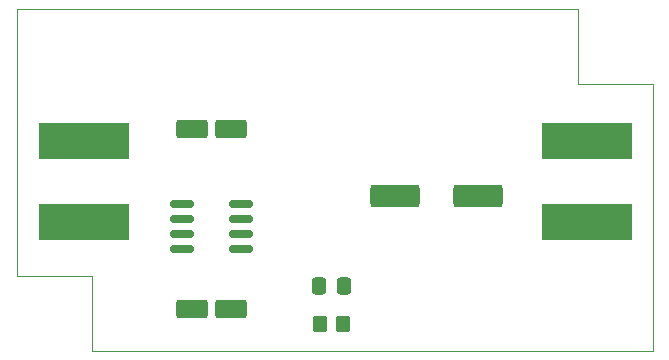
<source format=gbr>
%TF.GenerationSoftware,KiCad,Pcbnew,(6.0.5-0)*%
%TF.CreationDate,2022-12-05T01:18:56+00:00*%
%TF.ProjectId,Ebow,45626f77-2e6b-4696-9361-645f70636258,rev?*%
%TF.SameCoordinates,Original*%
%TF.FileFunction,Paste,Top*%
%TF.FilePolarity,Positive*%
%FSLAX46Y46*%
G04 Gerber Fmt 4.6, Leading zero omitted, Abs format (unit mm)*
G04 Created by KiCad (PCBNEW (6.0.5-0)) date 2022-12-05 01:18:56*
%MOMM*%
%LPD*%
G01*
G04 APERTURE LIST*
G04 Aperture macros list*
%AMRoundRect*
0 Rectangle with rounded corners*
0 $1 Rounding radius*
0 $2 $3 $4 $5 $6 $7 $8 $9 X,Y pos of 4 corners*
0 Add a 4 corners polygon primitive as box body*
4,1,4,$2,$3,$4,$5,$6,$7,$8,$9,$2,$3,0*
0 Add four circle primitives for the rounded corners*
1,1,$1+$1,$2,$3*
1,1,$1+$1,$4,$5*
1,1,$1+$1,$6,$7*
1,1,$1+$1,$8,$9*
0 Add four rect primitives between the rounded corners*
20,1,$1+$1,$2,$3,$4,$5,0*
20,1,$1+$1,$4,$5,$6,$7,0*
20,1,$1+$1,$6,$7,$8,$9,0*
20,1,$1+$1,$8,$9,$2,$3,0*%
G04 Aperture macros list end*
%TA.AperFunction,Profile*%
%ADD10C,0.100000*%
%TD*%
%ADD11R,7.700000X3.100000*%
%ADD12RoundRect,0.150000X-0.825000X-0.150000X0.825000X-0.150000X0.825000X0.150000X-0.825000X0.150000X0*%
%ADD13RoundRect,0.250000X0.350000X0.450000X-0.350000X0.450000X-0.350000X-0.450000X0.350000X-0.450000X0*%
%ADD14RoundRect,0.250000X-1.825000X-0.700000X1.825000X-0.700000X1.825000X0.700000X-1.825000X0.700000X0*%
%ADD15RoundRect,0.250000X0.337500X0.475000X-0.337500X0.475000X-0.337500X-0.475000X0.337500X-0.475000X0*%
%ADD16RoundRect,0.250000X1.075000X0.550000X-1.075000X0.550000X-1.075000X-0.550000X1.075000X-0.550000X0*%
G04 APERTURE END LIST*
D10*
X98298000Y-107950000D02*
X104648000Y-107950000D01*
X98298000Y-101600000D02*
X98298000Y-107950000D01*
X104648000Y-107950000D02*
X104648000Y-130556000D01*
X57150000Y-124206000D02*
X50800000Y-124206000D01*
X57150000Y-124206000D02*
X57150000Y-130556000D01*
X50800000Y-124206000D02*
X50800000Y-101600000D01*
X104648000Y-130556000D02*
X57150000Y-130556000D01*
X50800000Y-101600000D02*
X98298000Y-101600000D01*
D11*
%TO.C,L2*%
X99060000Y-119655000D03*
X99060000Y-112755000D03*
%TD*%
D12*
%TO.C,U1*%
X64835000Y-118110000D03*
X64835000Y-119380000D03*
X64835000Y-120650000D03*
X64835000Y-121920000D03*
X69785000Y-121920000D03*
X69785000Y-120650000D03*
X69785000Y-119380000D03*
X69785000Y-118110000D03*
%TD*%
D13*
%TO.C,R1*%
X78470000Y-128270000D03*
X76470000Y-128270000D03*
%TD*%
D11*
%TO.C,L1*%
X56515000Y-112755000D03*
X56515000Y-119655000D03*
%TD*%
D14*
%TO.C,C4*%
X82885000Y-117475000D03*
X89835000Y-117475000D03*
%TD*%
D15*
%TO.C,C3*%
X78507500Y-125095000D03*
X76432500Y-125095000D03*
%TD*%
D16*
%TO.C,C2*%
X68985000Y-127000000D03*
X65635000Y-127000000D03*
%TD*%
%TO.C,C1*%
X68985000Y-111760000D03*
X65635000Y-111760000D03*
%TD*%
M02*

</source>
